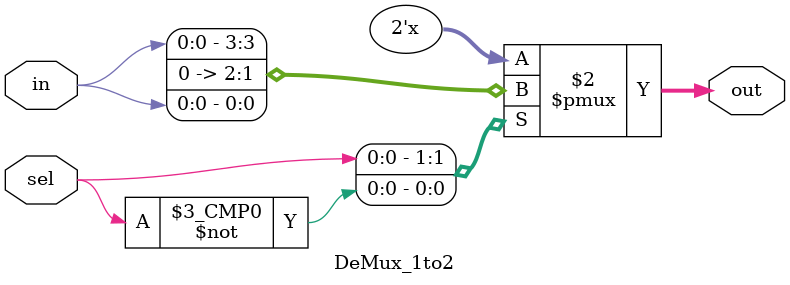
<source format=v>
module DeMux_1to8(in, sel, out);
    input in;
    input [2:0] sel;
    output reg [7:0] out;
   
    always @(*) begin
        case(sel)
            3'b000: out = 8'b00000001;
            3'b001: out = 8'b00000010;
            3'b010: out = 8'b00000100;
            3'b011: out = 8'b00001000;
            3'b100: out = 8'b00010000;
            3'b101: out = 8'b00100000;
            3'b110: out = 8'b01000000;
            3'b111: out = 8'b10000000;
            default: out = 8'b00000000;
        endcase

        // Set the appropriate output based on the select signal
        out = out & {8{in}};
    end  
endmodule

module DeMux_1to4(in, sel, out);
    input in;
    input [1:0] sel;
    output reg [3:0] out;
    
    always @(*) begin
        case(sel)
            2'b00: out = 4'b0001;
            2'b01: out = 4'b0010;
            2'b10: out = 4'b0100;
            2'b11: out = 4'b1000;
            default: out = 4'b0000;
        endcase

        // Set the appropriate output based on the select signal
        out = out & {4{in}};
    end
    
    /*always @(*) begin
        case(sel)
            2'b00: out = {3'b000, in};
            2'b01: out = {2'b00, in, 1'b0};
            2'b10: out = {1'b0, in, 2'b00};
            2'b11: out = {in, 3'b000};
            default: out = 4'bxxxx;
        endcase
    end*/

endmodule
    

module DeMux_1to2(in, sel, out);
    input in;
    input sel;
    output reg [1:0] out;
    
    always @(*) begin
        case(sel)
            1'b1: out = {in, 1'b0};
            1'b0: out = {1'b0, in};
            default: out = 2'bxx;
        endcase
    end
    
endmodule
</source>
